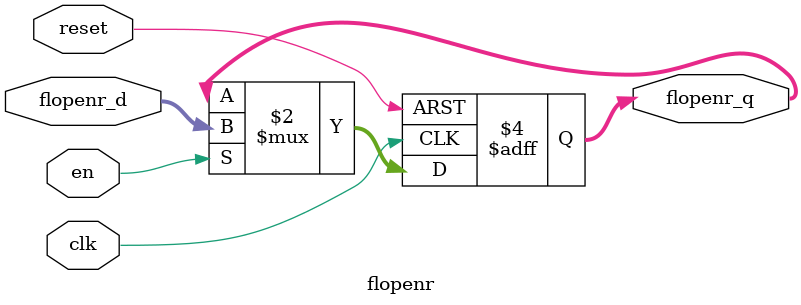
<source format=sv>
`timescale 1ns / 1ps

module flopenr #(parameter WIDTH = 8)(
    input   logic               clk, reset, en,
    input   logic [WIDTH-1:0]   flopenr_d,
    output  logic [WIDTH-1:0]   flopenr_q
);
always_ff @(posedge clk, posedge reset)
    if (reset) flopenr_q <= 0;
    else if (en) flopenr_q <= flopenr_d;
endmodule
</source>
